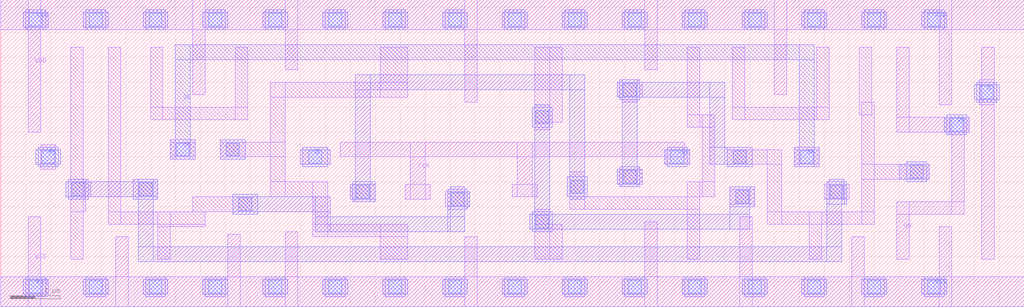
<source format=lef>
# Copyright 2022 Google LLC
# Licensed under the Apache License, Version 2.0 (the "License");
# you may not use this file except in compliance with the License.
# You may obtain a copy of the License at
#
#      http://www.apache.org/licenses/LICENSE-2.0
#
# Unless required by applicable law or agreed to in writing, software
# distributed under the License is distributed on an "AS IS" BASIS,
# WITHOUT WARRANTIES OR CONDITIONS OF ANY KIND, either express or implied.
# See the License for the specific language governing permissions and
# limitations under the License.
VERSION 5.7 ;
BUSBITCHARS "[]" ;
DIVIDERCHAR "/" ;

MACRO gf180mcu_osu_sc_9T_dffsr_1
  CLASS CORE ;
  ORIGIN 0 0 ;
  FOREIGN gf180mcu_osu_sc_9T_dffsr_1 0 0 ;
  SIZE 20.5 BY 6.15 ;
  SYMMETRY X Y ;
  SITE GF018hv5v_mcu_sc7 ;
  PIN CLK
    DIRECTION INPUT ;
    USE CLOCK ;
    PORT
      LAYER MET1 ;
        RECT 13.3 2.85 13.8 3.15 ;
        RECT 6.8 3 13.7 3.3 ;
        RECT 10.25 2.2 10.75 2.45 ;
        RECT 10.35 2.2 10.65 3.3 ;
        RECT 8.1 2.15 8.6 2.45 ;
        RECT 8.2 2.15 8.5 3.3 ;
      LAYER MET2 ;
        RECT 13.3 2.85 13.8 3.15 ;
        RECT 13.35 2.8 13.75 3.2 ;
      LAYER VIA12 ;
        RECT 13.42 2.87 13.68 3.13 ;
    END
  END CLK
  PIN D
    DIRECTION INPUT ;
    USE SIGNAL ;
    PORT
      LAYER MET1 ;
        RECT 6.05 2.85 6.55 3.15 ;
      LAYER MET2 ;
        RECT 6 2.85 6.6 3.15 ;
        RECT 6.05 2.8 6.55 3.2 ;
      LAYER VIA12 ;
        RECT 6.17 2.87 6.43 3.13 ;
    END
  END D
  PIN Q
    DIRECTION OUTPUT ;
    USE SIGNAL ;
    PORT
      LAYER MET1 ;
        RECT 19.65 0.95 19.9 5.2 ;
        RECT 19.6 4.05 19.9 4.55 ;
      LAYER MET2 ;
        RECT 19.5 4.15 20 4.45 ;
        RECT 19.55 4.1 19.95 4.5 ;
      LAYER VIA12 ;
        RECT 19.62 4.17 19.88 4.43 ;
    END
  END Q
  PIN QN
    DIRECTION OUTPUT ;
    USE SIGNAL ;
    PORT
      LAYER MET1 ;
        RECT 17.95 3.5 19.4 3.8 ;
        RECT 19 3.45 19.3 3.8 ;
        RECT 19.05 1.85 19.3 3.8 ;
        RECT 17.95 1.85 19.3 2.1 ;
        RECT 17.95 3.5 18.2 5.2 ;
        RECT 17.95 0.95 18.2 2.1 ;
      LAYER MET2 ;
        RECT 18.9 3.5 19.4 3.8 ;
        RECT 18.95 3.45 19.35 3.85 ;
      LAYER VIA12 ;
        RECT 19.02 3.52 19.28 3.78 ;
    END
  END QN
  PIN RN
    DIRECTION INPUT ;
    USE SIGNAL ;
    PORT
      LAYER MET1 ;
        RECT 0.8 2.75 1.1 3.25 ;
      LAYER MET2 ;
        RECT 0.7 2.85 1.2 3.15 ;
        RECT 0.75 2.8 1.15 3.2 ;
      LAYER VIA12 ;
        RECT 0.82 2.87 1.08 3.13 ;
    END
  END RN
  PIN SN
    DIRECTION OUTPUT ;
    USE SIGNAL ;
    PORT
      LAYER MET1 ;
        RECT 15.9 2.85 16.4 3.15 ;
        RECT 3.4 3 3.9 3.3 ;
      LAYER MET2 ;
        RECT 15.9 2.8 16.4 3.2 ;
        RECT 3.5 4.95 16.3 5.25 ;
        RECT 16 2.8 16.3 5.25 ;
        RECT 3.4 2.95 3.9 3.35 ;
        RECT 3.5 2.95 3.8 5.25 ;
      LAYER VIA12 ;
        RECT 3.52 3.02 3.78 3.28 ;
        RECT 16.02 2.87 16.28 3.13 ;
    END
  END SN
  PIN VDD
    DIRECTION INOUT ;
    USE POWER ;
    SHAPE ABUTMENT ;
    PORT
      LAYER MET1 ;
        RECT 0 5.55 20.5 6.15 ;
        RECT 18.8 4.05 19.05 6.15 ;
        RECT 15.5 4.25 15.75 6.15 ;
        RECT 12.9 4.75 13.15 6.15 ;
        RECT 9.3 4.1 9.55 6.15 ;
        RECT 5.7 4.75 5.95 6.15 ;
        RECT 3.85 4.25 4.1 6.15 ;
        RECT 0.55 3.5 0.8 6.15 ;
      LAYER MET2 ;
        RECT 18.45 5.6 18.95 5.9 ;
        RECT 18.5 5.55 18.9 5.95 ;
        RECT 17.25 5.6 17.75 5.9 ;
        RECT 17.3 5.55 17.7 5.95 ;
        RECT 16.05 5.6 16.55 5.9 ;
        RECT 16.1 5.55 16.5 5.95 ;
        RECT 14.85 5.6 15.35 5.9 ;
        RECT 14.9 5.55 15.3 5.95 ;
        RECT 13.65 5.6 14.15 5.9 ;
        RECT 13.7 5.55 14.1 5.95 ;
        RECT 12.45 5.6 12.95 5.9 ;
        RECT 12.5 5.55 12.9 5.95 ;
        RECT 11.25 5.6 11.75 5.9 ;
        RECT 11.3 5.55 11.7 5.95 ;
        RECT 10.05 5.6 10.55 5.9 ;
        RECT 10.1 5.55 10.5 5.95 ;
        RECT 8.85 5.6 9.35 5.9 ;
        RECT 8.9 5.55 9.3 5.95 ;
        RECT 7.65 5.6 8.15 5.9 ;
        RECT 7.7 5.55 8.1 5.95 ;
        RECT 6.45 5.6 6.95 5.9 ;
        RECT 6.5 5.55 6.9 5.95 ;
        RECT 5.25 5.6 5.75 5.9 ;
        RECT 5.3 5.55 5.7 5.95 ;
        RECT 4.05 5.6 4.55 5.9 ;
        RECT 4.1 5.55 4.5 5.95 ;
        RECT 2.85 5.6 3.35 5.9 ;
        RECT 2.9 5.55 3.3 5.95 ;
        RECT 1.65 5.6 2.15 5.9 ;
        RECT 1.7 5.55 2.1 5.95 ;
        RECT 0.45 5.6 0.95 5.9 ;
        RECT 0.5 5.55 0.9 5.95 ;
      LAYER VIA12 ;
        RECT 0.57 5.62 0.83 5.88 ;
        RECT 1.77 5.62 2.03 5.88 ;
        RECT 2.97 5.62 3.23 5.88 ;
        RECT 4.17 5.62 4.43 5.88 ;
        RECT 5.37 5.62 5.63 5.88 ;
        RECT 6.57 5.62 6.83 5.88 ;
        RECT 7.77 5.62 8.03 5.88 ;
        RECT 8.97 5.62 9.23 5.88 ;
        RECT 10.17 5.62 10.43 5.88 ;
        RECT 11.37 5.62 11.63 5.88 ;
        RECT 12.57 5.62 12.83 5.88 ;
        RECT 13.77 5.62 14.03 5.88 ;
        RECT 14.97 5.62 15.23 5.88 ;
        RECT 16.17 5.62 16.43 5.88 ;
        RECT 17.37 5.62 17.63 5.88 ;
        RECT 18.57 5.62 18.83 5.88 ;
    END
  END VDD
  PIN VSS
    DIRECTION INOUT ;
    USE GROUND ;
    PORT
      LAYER MET1 ;
        RECT 0 0 20.5 0.6 ;
        RECT 18.8 0 19.05 1.6 ;
        RECT 17.05 0 17.3 1.4 ;
        RECT 14.8 0 15.05 1.8 ;
        RECT 12.9 0 13.15 1.7 ;
        RECT 9.3 0 9.55 1.4 ;
        RECT 5.7 0 5.95 1.5 ;
        RECT 4.55 0 4.8 1.45 ;
        RECT 2.3 0 2.55 1.4 ;
        RECT 0.55 0 0.8 1.8 ;
      LAYER MET2 ;
        RECT 18.45 0.25 18.95 0.55 ;
        RECT 18.5 0.2 18.9 0.6 ;
        RECT 17.25 0.25 17.75 0.55 ;
        RECT 17.3 0.2 17.7 0.6 ;
        RECT 16.05 0.25 16.55 0.55 ;
        RECT 16.1 0.2 16.5 0.6 ;
        RECT 14.85 0.25 15.35 0.55 ;
        RECT 14.9 0.2 15.3 0.6 ;
        RECT 13.65 0.25 14.15 0.55 ;
        RECT 13.7 0.2 14.1 0.6 ;
        RECT 12.45 0.25 12.95 0.55 ;
        RECT 12.5 0.2 12.9 0.6 ;
        RECT 11.25 0.25 11.75 0.55 ;
        RECT 11.3 0.2 11.7 0.6 ;
        RECT 10.05 0.25 10.55 0.55 ;
        RECT 10.1 0.2 10.5 0.6 ;
        RECT 8.85 0.25 9.35 0.55 ;
        RECT 8.9 0.2 9.3 0.6 ;
        RECT 7.65 0.25 8.15 0.55 ;
        RECT 7.7 0.2 8.1 0.6 ;
        RECT 6.45 0.25 6.95 0.55 ;
        RECT 6.5 0.2 6.9 0.6 ;
        RECT 5.25 0.25 5.75 0.55 ;
        RECT 5.3 0.2 5.7 0.6 ;
        RECT 4.05 0.25 4.55 0.55 ;
        RECT 4.1 0.2 4.5 0.6 ;
        RECT 2.85 0.25 3.35 0.55 ;
        RECT 2.9 0.2 3.3 0.6 ;
        RECT 1.65 0.25 2.15 0.55 ;
        RECT 1.7 0.2 2.1 0.6 ;
        RECT 0.45 0.25 0.95 0.55 ;
        RECT 0.5 0.2 0.9 0.6 ;
      LAYER VIA12 ;
        RECT 0.57 0.27 0.83 0.53 ;
        RECT 1.77 0.27 2.03 0.53 ;
        RECT 2.97 0.27 3.23 0.53 ;
        RECT 4.17 0.27 4.43 0.53 ;
        RECT 5.37 0.27 5.63 0.53 ;
        RECT 6.57 0.27 6.83 0.53 ;
        RECT 7.77 0.27 8.03 0.53 ;
        RECT 8.97 0.27 9.23 0.53 ;
        RECT 10.17 0.27 10.43 0.53 ;
        RECT 11.37 0.27 11.63 0.53 ;
        RECT 12.57 0.27 12.83 0.53 ;
        RECT 13.77 0.27 14.03 0.53 ;
        RECT 14.97 0.27 15.23 0.53 ;
        RECT 16.17 0.27 16.43 0.53 ;
        RECT 17.37 0.27 17.63 0.53 ;
        RECT 18.57 0.27 18.83 0.53 ;
    END
  END VSS
  OBS
    LAYER MET2 ;
      RECT 18.15 2.5 18.55 2.9 ;
      RECT 18 2.55 18.6 2.85 ;
      RECT 16.6 2.05 16.9 2.55 ;
      RECT 2.65 2.15 3.15 2.55 ;
      RECT 1.35 2.15 1.75 2.55 ;
      RECT 16.55 2.05 16.95 2.5 ;
      RECT 1.3 2.2 3.15 2.5 ;
      RECT 2.75 0.9 3.05 2.55 ;
      RECT 16.55 0.9 16.85 2.5 ;
      RECT 2.75 0.9 16.85 1.2 ;
      RECT 10.7 1.5 11 4.05 ;
      RECT 10.65 3.6 11.05 4 ;
      RECT 14.6 2 15.1 2.4 ;
      RECT 14.6 1.55 15 2.4 ;
      RECT 10.65 1.5 11.05 1.9 ;
      RECT 10.6 1.55 15 1.85 ;
      RECT 12.4 4.15 12.8 4.55 ;
      RECT 12.35 4.2 14.5 4.5 ;
      RECT 14.2 2.85 14.5 4.5 ;
      RECT 12.45 2.4 12.75 4.55 ;
      RECT 14.2 2.85 15.05 3.2 ;
      RECT 14.55 2.8 15.05 3.2 ;
      RECT 12.4 2.4 12.8 2.8 ;
      RECT 12.35 2.45 12.85 2.75 ;
      RECT 7.1 4.35 11.7 4.65 ;
      RECT 11.4 2.15 11.7 4.65 ;
      RECT 7.1 2.1 7.4 4.65 ;
      RECT 11.35 2.2 11.75 2.6 ;
      RECT 7.05 2.1 7.5 2.5 ;
      RECT 7 2.15 7.5 2.45 ;
      RECT 9 1.5 9.3 2.4 ;
      RECT 8.95 1.95 9.35 2.35 ;
      RECT 8.95 2 9.4 2.3 ;
      RECT 4.65 1.85 5.15 2.25 ;
      RECT 4.65 1.9 6.6 2.2 ;
      RECT 6.3 1.5 6.6 2.2 ;
      RECT 8.95 1.5 9.3 2.35 ;
      RECT 6.3 1.5 9.3 1.8 ;
      RECT 4.4 2.95 4.9 3.35 ;
    LAYER VIA12 ;
      RECT 18.22 2.57 18.48 2.83 ;
      RECT 16.62 2.17 16.88 2.43 ;
      RECT 14.72 2.07 14.98 2.33 ;
      RECT 14.67 2.87 14.93 3.13 ;
      RECT 12.47 2.47 12.73 2.73 ;
      RECT 12.47 4.22 12.73 4.48 ;
      RECT 11.42 2.27 11.68 2.53 ;
      RECT 10.72 1.57 10.98 1.83 ;
      RECT 10.72 3.67 10.98 3.93 ;
      RECT 9.02 2.02 9.28 2.28 ;
      RECT 7.12 2.17 7.38 2.43 ;
      RECT 4.77 1.92 5.03 2.18 ;
      RECT 4.52 3.02 4.78 3.28 ;
      RECT 2.77 2.22 3.03 2.48 ;
      RECT 1.42 2.22 1.68 2.48 ;
    LAYER MET1 ;
      RECT 17.2 3.85 17.45 5.2 ;
      RECT 17.25 1.65 17.5 4.1 ;
      RECT 14.55 2.85 15.65 3.15 ;
      RECT 15.35 1.65 15.65 3.15 ;
      RECT 17.25 2.55 18.6 2.85 ;
      RECT 15.35 1.65 17.5 1.9 ;
      RECT 16.2 0.95 16.45 1.9 ;
      RECT 16.35 3.75 16.6 5.2 ;
      RECT 14.65 3.75 14.9 5.2 ;
      RECT 14.65 3.75 16.6 4 ;
      RECT 13.75 3.6 14 5.2 ;
      RECT 13.75 3.6 14.3 3.85 ;
      RECT 14.05 2.2 14.3 3.85 ;
      RECT 11.4 1.95 11.7 2.7 ;
      RECT 13.75 2.2 14.3 2.5 ;
      RECT 11.4 1.95 14 2.2 ;
      RECT 13.75 0.95 14 2.5 ;
      RECT 12.35 4.2 12.85 4.5 ;
      RECT 12.45 4.1 12.75 4.5 ;
      RECT 10.7 0.95 11 1.95 ;
      RECT 10.7 0.95 11.25 1.65 ;
      RECT 10.7 3.7 11.25 5.2 ;
      RECT 10.7 3.55 11 5.2 ;
      RECT 9 2 9.3 2.35 ;
      RECT 8.9 2 9.4 2.3 ;
      RECT 7.6 4.2 8.15 5.2 ;
      RECT 5.4 4.2 8.15 4.5 ;
      RECT 5.4 2.2 5.7 4.5 ;
      RECT 4.4 3 5.7 3.3 ;
      RECT 5.4 2.2 6.55 2.5 ;
      RECT 6.25 1.4 6.55 2.5 ;
      RECT 6.25 1.4 8.15 1.65 ;
      RECT 7.6 0.95 8.15 1.65 ;
      RECT 2.15 1.65 2.4 5.2 ;
      RECT 3.85 1.9 5.15 2.2 ;
      RECT 3.15 1.6 4.1 1.9 ;
      RECT 2.15 1.65 4.1 1.9 ;
      RECT 3.15 0.95 3.4 1.9 ;
      RECT 4.7 3.75 4.95 5.2 ;
      RECT 3 3.75 3.25 5.2 ;
      RECT 3 3.75 4.95 4 ;
      RECT 1.4 0.95 1.65 5.2 ;
      RECT 1.4 1.9 1.7 2.55 ;
      RECT 1.4 2.2 1.8 2.5 ;
      RECT 16.5 2.15 17 2.45 ;
      RECT 14.6 2.05 15.1 2.35 ;
      RECT 12.35 2.45 12.85 2.75 ;
      RECT 7 2.15 7.5 2.45 ;
      RECT 2.65 2.2 3.15 2.5 ;
  END
END gf180mcu_osu_sc_9T_dffsr_1

</source>
